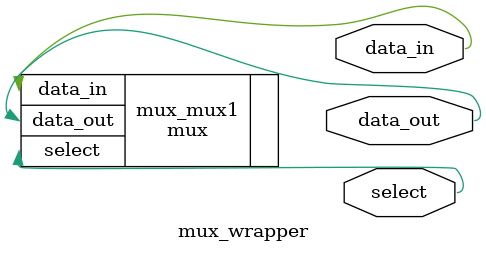
<source format=v>


`timescale 1ns/10ps

module mux_wrapper (
    select,
    data_in,
    data_out
);


output select;
wire select;
output data_in;
wire data_in;
output data_out;
wire data_out;







   mux
   #(
      .ARCHITECTURE ("BEHAVIORAL"),
      .SELECT_LINES (8)
   ) mux_mux1 (
      .select   (select),
      .data_in  (data_in),
      .data_out (data_out)
   );
   
endmodule

</source>
